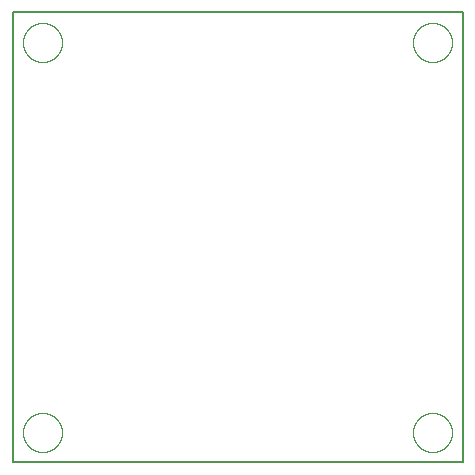
<source format=gko>
G75*
%MOIN*%
%OFA0B0*%
%FSLAX25Y25*%
%IPPOS*%
%LPD*%
%AMOC8*
5,1,8,0,0,1.08239X$1,22.5*
%
%ADD10C,0.00800*%
%ADD11C,0.00000*%
D10*
X0148333Y0200000D02*
X0148333Y0350000D01*
X0298333Y0350000D01*
X0298333Y0200000D01*
X0148333Y0200000D01*
D11*
X0151833Y0210000D02*
X0151835Y0210161D01*
X0151841Y0210321D01*
X0151851Y0210482D01*
X0151865Y0210642D01*
X0151883Y0210802D01*
X0151904Y0210961D01*
X0151930Y0211120D01*
X0151960Y0211278D01*
X0151993Y0211435D01*
X0152031Y0211592D01*
X0152072Y0211747D01*
X0152117Y0211901D01*
X0152166Y0212054D01*
X0152219Y0212206D01*
X0152275Y0212357D01*
X0152336Y0212506D01*
X0152399Y0212654D01*
X0152467Y0212800D01*
X0152538Y0212944D01*
X0152612Y0213086D01*
X0152690Y0213227D01*
X0152772Y0213365D01*
X0152857Y0213502D01*
X0152945Y0213636D01*
X0153037Y0213768D01*
X0153132Y0213898D01*
X0153230Y0214026D01*
X0153331Y0214151D01*
X0153435Y0214273D01*
X0153542Y0214393D01*
X0153652Y0214510D01*
X0153765Y0214625D01*
X0153881Y0214736D01*
X0154000Y0214845D01*
X0154121Y0214950D01*
X0154245Y0215053D01*
X0154371Y0215153D01*
X0154499Y0215249D01*
X0154630Y0215342D01*
X0154764Y0215432D01*
X0154899Y0215519D01*
X0155037Y0215602D01*
X0155176Y0215682D01*
X0155318Y0215758D01*
X0155461Y0215831D01*
X0155606Y0215900D01*
X0155753Y0215966D01*
X0155901Y0216028D01*
X0156051Y0216086D01*
X0156202Y0216141D01*
X0156355Y0216192D01*
X0156509Y0216239D01*
X0156664Y0216282D01*
X0156820Y0216321D01*
X0156976Y0216357D01*
X0157134Y0216388D01*
X0157292Y0216416D01*
X0157451Y0216440D01*
X0157611Y0216460D01*
X0157771Y0216476D01*
X0157931Y0216488D01*
X0158092Y0216496D01*
X0158253Y0216500D01*
X0158413Y0216500D01*
X0158574Y0216496D01*
X0158735Y0216488D01*
X0158895Y0216476D01*
X0159055Y0216460D01*
X0159215Y0216440D01*
X0159374Y0216416D01*
X0159532Y0216388D01*
X0159690Y0216357D01*
X0159846Y0216321D01*
X0160002Y0216282D01*
X0160157Y0216239D01*
X0160311Y0216192D01*
X0160464Y0216141D01*
X0160615Y0216086D01*
X0160765Y0216028D01*
X0160913Y0215966D01*
X0161060Y0215900D01*
X0161205Y0215831D01*
X0161348Y0215758D01*
X0161490Y0215682D01*
X0161629Y0215602D01*
X0161767Y0215519D01*
X0161902Y0215432D01*
X0162036Y0215342D01*
X0162167Y0215249D01*
X0162295Y0215153D01*
X0162421Y0215053D01*
X0162545Y0214950D01*
X0162666Y0214845D01*
X0162785Y0214736D01*
X0162901Y0214625D01*
X0163014Y0214510D01*
X0163124Y0214393D01*
X0163231Y0214273D01*
X0163335Y0214151D01*
X0163436Y0214026D01*
X0163534Y0213898D01*
X0163629Y0213768D01*
X0163721Y0213636D01*
X0163809Y0213502D01*
X0163894Y0213365D01*
X0163976Y0213227D01*
X0164054Y0213086D01*
X0164128Y0212944D01*
X0164199Y0212800D01*
X0164267Y0212654D01*
X0164330Y0212506D01*
X0164391Y0212357D01*
X0164447Y0212206D01*
X0164500Y0212054D01*
X0164549Y0211901D01*
X0164594Y0211747D01*
X0164635Y0211592D01*
X0164673Y0211435D01*
X0164706Y0211278D01*
X0164736Y0211120D01*
X0164762Y0210961D01*
X0164783Y0210802D01*
X0164801Y0210642D01*
X0164815Y0210482D01*
X0164825Y0210321D01*
X0164831Y0210161D01*
X0164833Y0210000D01*
X0164831Y0209839D01*
X0164825Y0209679D01*
X0164815Y0209518D01*
X0164801Y0209358D01*
X0164783Y0209198D01*
X0164762Y0209039D01*
X0164736Y0208880D01*
X0164706Y0208722D01*
X0164673Y0208565D01*
X0164635Y0208408D01*
X0164594Y0208253D01*
X0164549Y0208099D01*
X0164500Y0207946D01*
X0164447Y0207794D01*
X0164391Y0207643D01*
X0164330Y0207494D01*
X0164267Y0207346D01*
X0164199Y0207200D01*
X0164128Y0207056D01*
X0164054Y0206914D01*
X0163976Y0206773D01*
X0163894Y0206635D01*
X0163809Y0206498D01*
X0163721Y0206364D01*
X0163629Y0206232D01*
X0163534Y0206102D01*
X0163436Y0205974D01*
X0163335Y0205849D01*
X0163231Y0205727D01*
X0163124Y0205607D01*
X0163014Y0205490D01*
X0162901Y0205375D01*
X0162785Y0205264D01*
X0162666Y0205155D01*
X0162545Y0205050D01*
X0162421Y0204947D01*
X0162295Y0204847D01*
X0162167Y0204751D01*
X0162036Y0204658D01*
X0161902Y0204568D01*
X0161767Y0204481D01*
X0161629Y0204398D01*
X0161490Y0204318D01*
X0161348Y0204242D01*
X0161205Y0204169D01*
X0161060Y0204100D01*
X0160913Y0204034D01*
X0160765Y0203972D01*
X0160615Y0203914D01*
X0160464Y0203859D01*
X0160311Y0203808D01*
X0160157Y0203761D01*
X0160002Y0203718D01*
X0159846Y0203679D01*
X0159690Y0203643D01*
X0159532Y0203612D01*
X0159374Y0203584D01*
X0159215Y0203560D01*
X0159055Y0203540D01*
X0158895Y0203524D01*
X0158735Y0203512D01*
X0158574Y0203504D01*
X0158413Y0203500D01*
X0158253Y0203500D01*
X0158092Y0203504D01*
X0157931Y0203512D01*
X0157771Y0203524D01*
X0157611Y0203540D01*
X0157451Y0203560D01*
X0157292Y0203584D01*
X0157134Y0203612D01*
X0156976Y0203643D01*
X0156820Y0203679D01*
X0156664Y0203718D01*
X0156509Y0203761D01*
X0156355Y0203808D01*
X0156202Y0203859D01*
X0156051Y0203914D01*
X0155901Y0203972D01*
X0155753Y0204034D01*
X0155606Y0204100D01*
X0155461Y0204169D01*
X0155318Y0204242D01*
X0155176Y0204318D01*
X0155037Y0204398D01*
X0154899Y0204481D01*
X0154764Y0204568D01*
X0154630Y0204658D01*
X0154499Y0204751D01*
X0154371Y0204847D01*
X0154245Y0204947D01*
X0154121Y0205050D01*
X0154000Y0205155D01*
X0153881Y0205264D01*
X0153765Y0205375D01*
X0153652Y0205490D01*
X0153542Y0205607D01*
X0153435Y0205727D01*
X0153331Y0205849D01*
X0153230Y0205974D01*
X0153132Y0206102D01*
X0153037Y0206232D01*
X0152945Y0206364D01*
X0152857Y0206498D01*
X0152772Y0206635D01*
X0152690Y0206773D01*
X0152612Y0206914D01*
X0152538Y0207056D01*
X0152467Y0207200D01*
X0152399Y0207346D01*
X0152336Y0207494D01*
X0152275Y0207643D01*
X0152219Y0207794D01*
X0152166Y0207946D01*
X0152117Y0208099D01*
X0152072Y0208253D01*
X0152031Y0208408D01*
X0151993Y0208565D01*
X0151960Y0208722D01*
X0151930Y0208880D01*
X0151904Y0209039D01*
X0151883Y0209198D01*
X0151865Y0209358D01*
X0151851Y0209518D01*
X0151841Y0209679D01*
X0151835Y0209839D01*
X0151833Y0210000D01*
X0281833Y0210000D02*
X0281835Y0210161D01*
X0281841Y0210321D01*
X0281851Y0210482D01*
X0281865Y0210642D01*
X0281883Y0210802D01*
X0281904Y0210961D01*
X0281930Y0211120D01*
X0281960Y0211278D01*
X0281993Y0211435D01*
X0282031Y0211592D01*
X0282072Y0211747D01*
X0282117Y0211901D01*
X0282166Y0212054D01*
X0282219Y0212206D01*
X0282275Y0212357D01*
X0282336Y0212506D01*
X0282399Y0212654D01*
X0282467Y0212800D01*
X0282538Y0212944D01*
X0282612Y0213086D01*
X0282690Y0213227D01*
X0282772Y0213365D01*
X0282857Y0213502D01*
X0282945Y0213636D01*
X0283037Y0213768D01*
X0283132Y0213898D01*
X0283230Y0214026D01*
X0283331Y0214151D01*
X0283435Y0214273D01*
X0283542Y0214393D01*
X0283652Y0214510D01*
X0283765Y0214625D01*
X0283881Y0214736D01*
X0284000Y0214845D01*
X0284121Y0214950D01*
X0284245Y0215053D01*
X0284371Y0215153D01*
X0284499Y0215249D01*
X0284630Y0215342D01*
X0284764Y0215432D01*
X0284899Y0215519D01*
X0285037Y0215602D01*
X0285176Y0215682D01*
X0285318Y0215758D01*
X0285461Y0215831D01*
X0285606Y0215900D01*
X0285753Y0215966D01*
X0285901Y0216028D01*
X0286051Y0216086D01*
X0286202Y0216141D01*
X0286355Y0216192D01*
X0286509Y0216239D01*
X0286664Y0216282D01*
X0286820Y0216321D01*
X0286976Y0216357D01*
X0287134Y0216388D01*
X0287292Y0216416D01*
X0287451Y0216440D01*
X0287611Y0216460D01*
X0287771Y0216476D01*
X0287931Y0216488D01*
X0288092Y0216496D01*
X0288253Y0216500D01*
X0288413Y0216500D01*
X0288574Y0216496D01*
X0288735Y0216488D01*
X0288895Y0216476D01*
X0289055Y0216460D01*
X0289215Y0216440D01*
X0289374Y0216416D01*
X0289532Y0216388D01*
X0289690Y0216357D01*
X0289846Y0216321D01*
X0290002Y0216282D01*
X0290157Y0216239D01*
X0290311Y0216192D01*
X0290464Y0216141D01*
X0290615Y0216086D01*
X0290765Y0216028D01*
X0290913Y0215966D01*
X0291060Y0215900D01*
X0291205Y0215831D01*
X0291348Y0215758D01*
X0291490Y0215682D01*
X0291629Y0215602D01*
X0291767Y0215519D01*
X0291902Y0215432D01*
X0292036Y0215342D01*
X0292167Y0215249D01*
X0292295Y0215153D01*
X0292421Y0215053D01*
X0292545Y0214950D01*
X0292666Y0214845D01*
X0292785Y0214736D01*
X0292901Y0214625D01*
X0293014Y0214510D01*
X0293124Y0214393D01*
X0293231Y0214273D01*
X0293335Y0214151D01*
X0293436Y0214026D01*
X0293534Y0213898D01*
X0293629Y0213768D01*
X0293721Y0213636D01*
X0293809Y0213502D01*
X0293894Y0213365D01*
X0293976Y0213227D01*
X0294054Y0213086D01*
X0294128Y0212944D01*
X0294199Y0212800D01*
X0294267Y0212654D01*
X0294330Y0212506D01*
X0294391Y0212357D01*
X0294447Y0212206D01*
X0294500Y0212054D01*
X0294549Y0211901D01*
X0294594Y0211747D01*
X0294635Y0211592D01*
X0294673Y0211435D01*
X0294706Y0211278D01*
X0294736Y0211120D01*
X0294762Y0210961D01*
X0294783Y0210802D01*
X0294801Y0210642D01*
X0294815Y0210482D01*
X0294825Y0210321D01*
X0294831Y0210161D01*
X0294833Y0210000D01*
X0294831Y0209839D01*
X0294825Y0209679D01*
X0294815Y0209518D01*
X0294801Y0209358D01*
X0294783Y0209198D01*
X0294762Y0209039D01*
X0294736Y0208880D01*
X0294706Y0208722D01*
X0294673Y0208565D01*
X0294635Y0208408D01*
X0294594Y0208253D01*
X0294549Y0208099D01*
X0294500Y0207946D01*
X0294447Y0207794D01*
X0294391Y0207643D01*
X0294330Y0207494D01*
X0294267Y0207346D01*
X0294199Y0207200D01*
X0294128Y0207056D01*
X0294054Y0206914D01*
X0293976Y0206773D01*
X0293894Y0206635D01*
X0293809Y0206498D01*
X0293721Y0206364D01*
X0293629Y0206232D01*
X0293534Y0206102D01*
X0293436Y0205974D01*
X0293335Y0205849D01*
X0293231Y0205727D01*
X0293124Y0205607D01*
X0293014Y0205490D01*
X0292901Y0205375D01*
X0292785Y0205264D01*
X0292666Y0205155D01*
X0292545Y0205050D01*
X0292421Y0204947D01*
X0292295Y0204847D01*
X0292167Y0204751D01*
X0292036Y0204658D01*
X0291902Y0204568D01*
X0291767Y0204481D01*
X0291629Y0204398D01*
X0291490Y0204318D01*
X0291348Y0204242D01*
X0291205Y0204169D01*
X0291060Y0204100D01*
X0290913Y0204034D01*
X0290765Y0203972D01*
X0290615Y0203914D01*
X0290464Y0203859D01*
X0290311Y0203808D01*
X0290157Y0203761D01*
X0290002Y0203718D01*
X0289846Y0203679D01*
X0289690Y0203643D01*
X0289532Y0203612D01*
X0289374Y0203584D01*
X0289215Y0203560D01*
X0289055Y0203540D01*
X0288895Y0203524D01*
X0288735Y0203512D01*
X0288574Y0203504D01*
X0288413Y0203500D01*
X0288253Y0203500D01*
X0288092Y0203504D01*
X0287931Y0203512D01*
X0287771Y0203524D01*
X0287611Y0203540D01*
X0287451Y0203560D01*
X0287292Y0203584D01*
X0287134Y0203612D01*
X0286976Y0203643D01*
X0286820Y0203679D01*
X0286664Y0203718D01*
X0286509Y0203761D01*
X0286355Y0203808D01*
X0286202Y0203859D01*
X0286051Y0203914D01*
X0285901Y0203972D01*
X0285753Y0204034D01*
X0285606Y0204100D01*
X0285461Y0204169D01*
X0285318Y0204242D01*
X0285176Y0204318D01*
X0285037Y0204398D01*
X0284899Y0204481D01*
X0284764Y0204568D01*
X0284630Y0204658D01*
X0284499Y0204751D01*
X0284371Y0204847D01*
X0284245Y0204947D01*
X0284121Y0205050D01*
X0284000Y0205155D01*
X0283881Y0205264D01*
X0283765Y0205375D01*
X0283652Y0205490D01*
X0283542Y0205607D01*
X0283435Y0205727D01*
X0283331Y0205849D01*
X0283230Y0205974D01*
X0283132Y0206102D01*
X0283037Y0206232D01*
X0282945Y0206364D01*
X0282857Y0206498D01*
X0282772Y0206635D01*
X0282690Y0206773D01*
X0282612Y0206914D01*
X0282538Y0207056D01*
X0282467Y0207200D01*
X0282399Y0207346D01*
X0282336Y0207494D01*
X0282275Y0207643D01*
X0282219Y0207794D01*
X0282166Y0207946D01*
X0282117Y0208099D01*
X0282072Y0208253D01*
X0282031Y0208408D01*
X0281993Y0208565D01*
X0281960Y0208722D01*
X0281930Y0208880D01*
X0281904Y0209039D01*
X0281883Y0209198D01*
X0281865Y0209358D01*
X0281851Y0209518D01*
X0281841Y0209679D01*
X0281835Y0209839D01*
X0281833Y0210000D01*
X0281833Y0340000D02*
X0281835Y0340161D01*
X0281841Y0340321D01*
X0281851Y0340482D01*
X0281865Y0340642D01*
X0281883Y0340802D01*
X0281904Y0340961D01*
X0281930Y0341120D01*
X0281960Y0341278D01*
X0281993Y0341435D01*
X0282031Y0341592D01*
X0282072Y0341747D01*
X0282117Y0341901D01*
X0282166Y0342054D01*
X0282219Y0342206D01*
X0282275Y0342357D01*
X0282336Y0342506D01*
X0282399Y0342654D01*
X0282467Y0342800D01*
X0282538Y0342944D01*
X0282612Y0343086D01*
X0282690Y0343227D01*
X0282772Y0343365D01*
X0282857Y0343502D01*
X0282945Y0343636D01*
X0283037Y0343768D01*
X0283132Y0343898D01*
X0283230Y0344026D01*
X0283331Y0344151D01*
X0283435Y0344273D01*
X0283542Y0344393D01*
X0283652Y0344510D01*
X0283765Y0344625D01*
X0283881Y0344736D01*
X0284000Y0344845D01*
X0284121Y0344950D01*
X0284245Y0345053D01*
X0284371Y0345153D01*
X0284499Y0345249D01*
X0284630Y0345342D01*
X0284764Y0345432D01*
X0284899Y0345519D01*
X0285037Y0345602D01*
X0285176Y0345682D01*
X0285318Y0345758D01*
X0285461Y0345831D01*
X0285606Y0345900D01*
X0285753Y0345966D01*
X0285901Y0346028D01*
X0286051Y0346086D01*
X0286202Y0346141D01*
X0286355Y0346192D01*
X0286509Y0346239D01*
X0286664Y0346282D01*
X0286820Y0346321D01*
X0286976Y0346357D01*
X0287134Y0346388D01*
X0287292Y0346416D01*
X0287451Y0346440D01*
X0287611Y0346460D01*
X0287771Y0346476D01*
X0287931Y0346488D01*
X0288092Y0346496D01*
X0288253Y0346500D01*
X0288413Y0346500D01*
X0288574Y0346496D01*
X0288735Y0346488D01*
X0288895Y0346476D01*
X0289055Y0346460D01*
X0289215Y0346440D01*
X0289374Y0346416D01*
X0289532Y0346388D01*
X0289690Y0346357D01*
X0289846Y0346321D01*
X0290002Y0346282D01*
X0290157Y0346239D01*
X0290311Y0346192D01*
X0290464Y0346141D01*
X0290615Y0346086D01*
X0290765Y0346028D01*
X0290913Y0345966D01*
X0291060Y0345900D01*
X0291205Y0345831D01*
X0291348Y0345758D01*
X0291490Y0345682D01*
X0291629Y0345602D01*
X0291767Y0345519D01*
X0291902Y0345432D01*
X0292036Y0345342D01*
X0292167Y0345249D01*
X0292295Y0345153D01*
X0292421Y0345053D01*
X0292545Y0344950D01*
X0292666Y0344845D01*
X0292785Y0344736D01*
X0292901Y0344625D01*
X0293014Y0344510D01*
X0293124Y0344393D01*
X0293231Y0344273D01*
X0293335Y0344151D01*
X0293436Y0344026D01*
X0293534Y0343898D01*
X0293629Y0343768D01*
X0293721Y0343636D01*
X0293809Y0343502D01*
X0293894Y0343365D01*
X0293976Y0343227D01*
X0294054Y0343086D01*
X0294128Y0342944D01*
X0294199Y0342800D01*
X0294267Y0342654D01*
X0294330Y0342506D01*
X0294391Y0342357D01*
X0294447Y0342206D01*
X0294500Y0342054D01*
X0294549Y0341901D01*
X0294594Y0341747D01*
X0294635Y0341592D01*
X0294673Y0341435D01*
X0294706Y0341278D01*
X0294736Y0341120D01*
X0294762Y0340961D01*
X0294783Y0340802D01*
X0294801Y0340642D01*
X0294815Y0340482D01*
X0294825Y0340321D01*
X0294831Y0340161D01*
X0294833Y0340000D01*
X0294831Y0339839D01*
X0294825Y0339679D01*
X0294815Y0339518D01*
X0294801Y0339358D01*
X0294783Y0339198D01*
X0294762Y0339039D01*
X0294736Y0338880D01*
X0294706Y0338722D01*
X0294673Y0338565D01*
X0294635Y0338408D01*
X0294594Y0338253D01*
X0294549Y0338099D01*
X0294500Y0337946D01*
X0294447Y0337794D01*
X0294391Y0337643D01*
X0294330Y0337494D01*
X0294267Y0337346D01*
X0294199Y0337200D01*
X0294128Y0337056D01*
X0294054Y0336914D01*
X0293976Y0336773D01*
X0293894Y0336635D01*
X0293809Y0336498D01*
X0293721Y0336364D01*
X0293629Y0336232D01*
X0293534Y0336102D01*
X0293436Y0335974D01*
X0293335Y0335849D01*
X0293231Y0335727D01*
X0293124Y0335607D01*
X0293014Y0335490D01*
X0292901Y0335375D01*
X0292785Y0335264D01*
X0292666Y0335155D01*
X0292545Y0335050D01*
X0292421Y0334947D01*
X0292295Y0334847D01*
X0292167Y0334751D01*
X0292036Y0334658D01*
X0291902Y0334568D01*
X0291767Y0334481D01*
X0291629Y0334398D01*
X0291490Y0334318D01*
X0291348Y0334242D01*
X0291205Y0334169D01*
X0291060Y0334100D01*
X0290913Y0334034D01*
X0290765Y0333972D01*
X0290615Y0333914D01*
X0290464Y0333859D01*
X0290311Y0333808D01*
X0290157Y0333761D01*
X0290002Y0333718D01*
X0289846Y0333679D01*
X0289690Y0333643D01*
X0289532Y0333612D01*
X0289374Y0333584D01*
X0289215Y0333560D01*
X0289055Y0333540D01*
X0288895Y0333524D01*
X0288735Y0333512D01*
X0288574Y0333504D01*
X0288413Y0333500D01*
X0288253Y0333500D01*
X0288092Y0333504D01*
X0287931Y0333512D01*
X0287771Y0333524D01*
X0287611Y0333540D01*
X0287451Y0333560D01*
X0287292Y0333584D01*
X0287134Y0333612D01*
X0286976Y0333643D01*
X0286820Y0333679D01*
X0286664Y0333718D01*
X0286509Y0333761D01*
X0286355Y0333808D01*
X0286202Y0333859D01*
X0286051Y0333914D01*
X0285901Y0333972D01*
X0285753Y0334034D01*
X0285606Y0334100D01*
X0285461Y0334169D01*
X0285318Y0334242D01*
X0285176Y0334318D01*
X0285037Y0334398D01*
X0284899Y0334481D01*
X0284764Y0334568D01*
X0284630Y0334658D01*
X0284499Y0334751D01*
X0284371Y0334847D01*
X0284245Y0334947D01*
X0284121Y0335050D01*
X0284000Y0335155D01*
X0283881Y0335264D01*
X0283765Y0335375D01*
X0283652Y0335490D01*
X0283542Y0335607D01*
X0283435Y0335727D01*
X0283331Y0335849D01*
X0283230Y0335974D01*
X0283132Y0336102D01*
X0283037Y0336232D01*
X0282945Y0336364D01*
X0282857Y0336498D01*
X0282772Y0336635D01*
X0282690Y0336773D01*
X0282612Y0336914D01*
X0282538Y0337056D01*
X0282467Y0337200D01*
X0282399Y0337346D01*
X0282336Y0337494D01*
X0282275Y0337643D01*
X0282219Y0337794D01*
X0282166Y0337946D01*
X0282117Y0338099D01*
X0282072Y0338253D01*
X0282031Y0338408D01*
X0281993Y0338565D01*
X0281960Y0338722D01*
X0281930Y0338880D01*
X0281904Y0339039D01*
X0281883Y0339198D01*
X0281865Y0339358D01*
X0281851Y0339518D01*
X0281841Y0339679D01*
X0281835Y0339839D01*
X0281833Y0340000D01*
X0151833Y0340000D02*
X0151835Y0340161D01*
X0151841Y0340321D01*
X0151851Y0340482D01*
X0151865Y0340642D01*
X0151883Y0340802D01*
X0151904Y0340961D01*
X0151930Y0341120D01*
X0151960Y0341278D01*
X0151993Y0341435D01*
X0152031Y0341592D01*
X0152072Y0341747D01*
X0152117Y0341901D01*
X0152166Y0342054D01*
X0152219Y0342206D01*
X0152275Y0342357D01*
X0152336Y0342506D01*
X0152399Y0342654D01*
X0152467Y0342800D01*
X0152538Y0342944D01*
X0152612Y0343086D01*
X0152690Y0343227D01*
X0152772Y0343365D01*
X0152857Y0343502D01*
X0152945Y0343636D01*
X0153037Y0343768D01*
X0153132Y0343898D01*
X0153230Y0344026D01*
X0153331Y0344151D01*
X0153435Y0344273D01*
X0153542Y0344393D01*
X0153652Y0344510D01*
X0153765Y0344625D01*
X0153881Y0344736D01*
X0154000Y0344845D01*
X0154121Y0344950D01*
X0154245Y0345053D01*
X0154371Y0345153D01*
X0154499Y0345249D01*
X0154630Y0345342D01*
X0154764Y0345432D01*
X0154899Y0345519D01*
X0155037Y0345602D01*
X0155176Y0345682D01*
X0155318Y0345758D01*
X0155461Y0345831D01*
X0155606Y0345900D01*
X0155753Y0345966D01*
X0155901Y0346028D01*
X0156051Y0346086D01*
X0156202Y0346141D01*
X0156355Y0346192D01*
X0156509Y0346239D01*
X0156664Y0346282D01*
X0156820Y0346321D01*
X0156976Y0346357D01*
X0157134Y0346388D01*
X0157292Y0346416D01*
X0157451Y0346440D01*
X0157611Y0346460D01*
X0157771Y0346476D01*
X0157931Y0346488D01*
X0158092Y0346496D01*
X0158253Y0346500D01*
X0158413Y0346500D01*
X0158574Y0346496D01*
X0158735Y0346488D01*
X0158895Y0346476D01*
X0159055Y0346460D01*
X0159215Y0346440D01*
X0159374Y0346416D01*
X0159532Y0346388D01*
X0159690Y0346357D01*
X0159846Y0346321D01*
X0160002Y0346282D01*
X0160157Y0346239D01*
X0160311Y0346192D01*
X0160464Y0346141D01*
X0160615Y0346086D01*
X0160765Y0346028D01*
X0160913Y0345966D01*
X0161060Y0345900D01*
X0161205Y0345831D01*
X0161348Y0345758D01*
X0161490Y0345682D01*
X0161629Y0345602D01*
X0161767Y0345519D01*
X0161902Y0345432D01*
X0162036Y0345342D01*
X0162167Y0345249D01*
X0162295Y0345153D01*
X0162421Y0345053D01*
X0162545Y0344950D01*
X0162666Y0344845D01*
X0162785Y0344736D01*
X0162901Y0344625D01*
X0163014Y0344510D01*
X0163124Y0344393D01*
X0163231Y0344273D01*
X0163335Y0344151D01*
X0163436Y0344026D01*
X0163534Y0343898D01*
X0163629Y0343768D01*
X0163721Y0343636D01*
X0163809Y0343502D01*
X0163894Y0343365D01*
X0163976Y0343227D01*
X0164054Y0343086D01*
X0164128Y0342944D01*
X0164199Y0342800D01*
X0164267Y0342654D01*
X0164330Y0342506D01*
X0164391Y0342357D01*
X0164447Y0342206D01*
X0164500Y0342054D01*
X0164549Y0341901D01*
X0164594Y0341747D01*
X0164635Y0341592D01*
X0164673Y0341435D01*
X0164706Y0341278D01*
X0164736Y0341120D01*
X0164762Y0340961D01*
X0164783Y0340802D01*
X0164801Y0340642D01*
X0164815Y0340482D01*
X0164825Y0340321D01*
X0164831Y0340161D01*
X0164833Y0340000D01*
X0164831Y0339839D01*
X0164825Y0339679D01*
X0164815Y0339518D01*
X0164801Y0339358D01*
X0164783Y0339198D01*
X0164762Y0339039D01*
X0164736Y0338880D01*
X0164706Y0338722D01*
X0164673Y0338565D01*
X0164635Y0338408D01*
X0164594Y0338253D01*
X0164549Y0338099D01*
X0164500Y0337946D01*
X0164447Y0337794D01*
X0164391Y0337643D01*
X0164330Y0337494D01*
X0164267Y0337346D01*
X0164199Y0337200D01*
X0164128Y0337056D01*
X0164054Y0336914D01*
X0163976Y0336773D01*
X0163894Y0336635D01*
X0163809Y0336498D01*
X0163721Y0336364D01*
X0163629Y0336232D01*
X0163534Y0336102D01*
X0163436Y0335974D01*
X0163335Y0335849D01*
X0163231Y0335727D01*
X0163124Y0335607D01*
X0163014Y0335490D01*
X0162901Y0335375D01*
X0162785Y0335264D01*
X0162666Y0335155D01*
X0162545Y0335050D01*
X0162421Y0334947D01*
X0162295Y0334847D01*
X0162167Y0334751D01*
X0162036Y0334658D01*
X0161902Y0334568D01*
X0161767Y0334481D01*
X0161629Y0334398D01*
X0161490Y0334318D01*
X0161348Y0334242D01*
X0161205Y0334169D01*
X0161060Y0334100D01*
X0160913Y0334034D01*
X0160765Y0333972D01*
X0160615Y0333914D01*
X0160464Y0333859D01*
X0160311Y0333808D01*
X0160157Y0333761D01*
X0160002Y0333718D01*
X0159846Y0333679D01*
X0159690Y0333643D01*
X0159532Y0333612D01*
X0159374Y0333584D01*
X0159215Y0333560D01*
X0159055Y0333540D01*
X0158895Y0333524D01*
X0158735Y0333512D01*
X0158574Y0333504D01*
X0158413Y0333500D01*
X0158253Y0333500D01*
X0158092Y0333504D01*
X0157931Y0333512D01*
X0157771Y0333524D01*
X0157611Y0333540D01*
X0157451Y0333560D01*
X0157292Y0333584D01*
X0157134Y0333612D01*
X0156976Y0333643D01*
X0156820Y0333679D01*
X0156664Y0333718D01*
X0156509Y0333761D01*
X0156355Y0333808D01*
X0156202Y0333859D01*
X0156051Y0333914D01*
X0155901Y0333972D01*
X0155753Y0334034D01*
X0155606Y0334100D01*
X0155461Y0334169D01*
X0155318Y0334242D01*
X0155176Y0334318D01*
X0155037Y0334398D01*
X0154899Y0334481D01*
X0154764Y0334568D01*
X0154630Y0334658D01*
X0154499Y0334751D01*
X0154371Y0334847D01*
X0154245Y0334947D01*
X0154121Y0335050D01*
X0154000Y0335155D01*
X0153881Y0335264D01*
X0153765Y0335375D01*
X0153652Y0335490D01*
X0153542Y0335607D01*
X0153435Y0335727D01*
X0153331Y0335849D01*
X0153230Y0335974D01*
X0153132Y0336102D01*
X0153037Y0336232D01*
X0152945Y0336364D01*
X0152857Y0336498D01*
X0152772Y0336635D01*
X0152690Y0336773D01*
X0152612Y0336914D01*
X0152538Y0337056D01*
X0152467Y0337200D01*
X0152399Y0337346D01*
X0152336Y0337494D01*
X0152275Y0337643D01*
X0152219Y0337794D01*
X0152166Y0337946D01*
X0152117Y0338099D01*
X0152072Y0338253D01*
X0152031Y0338408D01*
X0151993Y0338565D01*
X0151960Y0338722D01*
X0151930Y0338880D01*
X0151904Y0339039D01*
X0151883Y0339198D01*
X0151865Y0339358D01*
X0151851Y0339518D01*
X0151841Y0339679D01*
X0151835Y0339839D01*
X0151833Y0340000D01*
M02*

</source>
